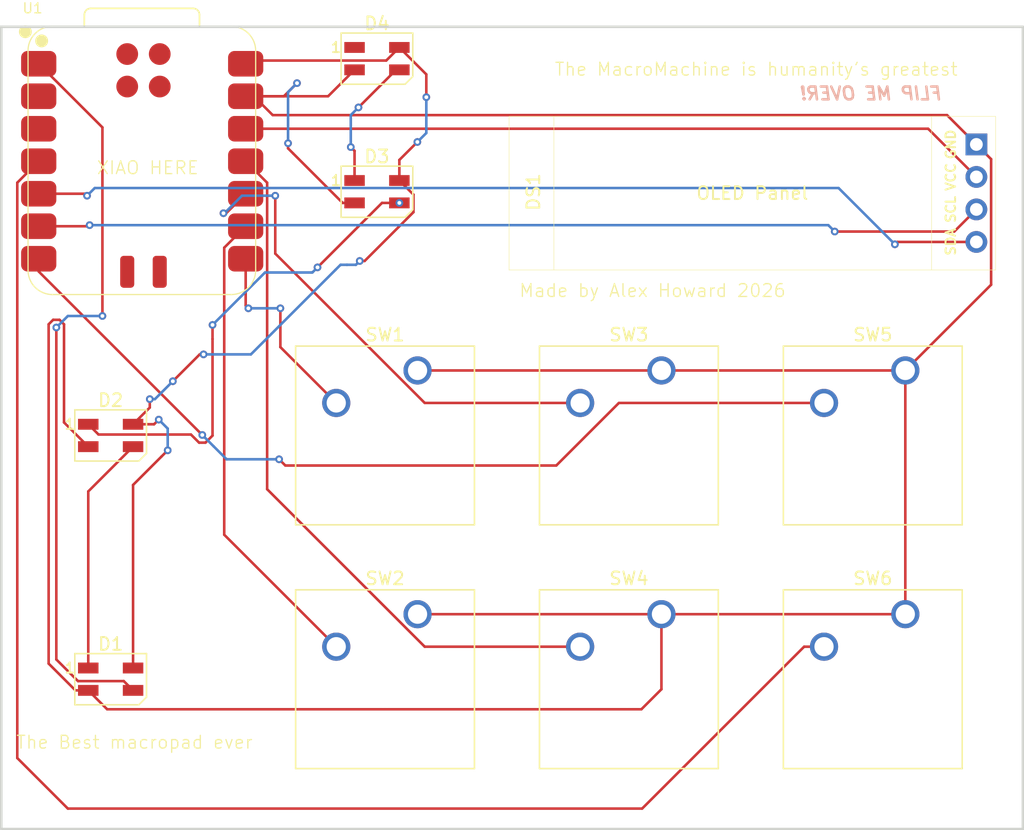
<source format=kicad_pcb>
(kicad_pcb (version 20241229) (generator "pcbnew") (generator_version "9.0")
  (layers (0 "F.Cu" signal) (2 "B.Cu" signal) (13 "F.Paste" user) (15 "B.Paste" user) (5 "F.SilkS" user "F.Silkscreen") (7 "B.SilkS" user "B.Silkscreen") (1 "F.Mask" user) (3 "B.Mask" user) (25 "Edge.Cuts" user))
  (net 0 "")
  (net 1 "Net-(D1-DOUT)")
  (net 2 "GND")
  (net 3 "+5V")
  (net 4 "Net-(D1-DIN)")
  (net 5 "Net-(D2-DOUT)")
  (net 6 "Net-(D3-DOUT)")
  (net 8 "Net-(DS1-SDA)")
  (net 9 "+3.3V")
  (net 10 "Net-(DS1-SCL)")
  (net 11 "Net-(U1-GPIO1{slash}RX)")
  (net 12 "Net-(U1-GPIO2{slash}SCK)")
  (net 13 "Net-(U1-GPIO4{slash}MISO)")
  (net 14 "Net-(U1-GPIO3{slash}MOSI)")
  (net 15 "Net-(U1-GPIO0{slash}TX)")
  (net 16 "Net-(U1-GPIO29{slash}ADC3{slash}A3)")
  (footprint "Button_Switch_Keyboard:SW_Cherry_MX_1.00u_PCB" (layer "F.Cu") (at 145.415 123.5075)
    (property "Reference" "SW2" (at -2.54 -2.794 0) (layer "F.SilkS"))
    (property "Value" "SW_Push")
    (fp_line (start -9.525 -1.905) (end 4.445 -1.905) (stroke (width 0.12)) (layer "F.SilkS"))
    (fp_line (start -9.525 12.065) (end -9.525 -1.905) (stroke (width 0.12)) (layer "F.SilkS"))
    (fp_line (start 4.445 -1.905) (end 4.445 12.065) (stroke (width 0.12)) (layer "F.SilkS"))
    (fp_line (start 4.445 12.065) (end -9.525 12.065) (stroke (width 0.12)) (layer "F.SilkS"))
    (pad "" np_thru_hole circle (at -7.62 5.08) (size 1.7 1.7) (drill 1.7) (layers "*.Cu" "*.Mask"))
    (pad "" np_thru_hole circle (at -2.54 5.08) (size 4 4) (drill 4) (layers "*.Cu" "*.Mask"))
    (pad "" np_thru_hole circle (at 2.54 5.08) (size 1.7 1.7) (drill 1.7) (layers "*.Cu" "*.Mask"))
    (pad "1" thru_hole circle (at 0 0) (size 2.2 2.2) (drill 1.5) (layers "*.Cu" "*.Mask") (net 2 "GND"))
    (pad "2" thru_hole circle (at -6.35 2.54) (size 2.2 2.2) (drill 1.5) (layers "*.Cu" "*.Mask") (net 12 "Net-(U1-GPIO2{slash}SCK)"))
  )
  (footprint "OPL Lib:XIAO-RP2040-SMD" (layer "F.Cu") (at 123.825 88.10625)
    (property "Reference" "U1" (at -9.335 -11.5 0) (layer "F.SilkS") (effects (font (size 0.78232 0.78232) (thickness 0.10668)) (justify left bottom)))
    (property "Value" "XIAO-RP2040-DIP")
    (fp_line (start -8.835 8.513) (end -8.835 -8.632) (stroke (width 0.1)) (layer "F.SilkS"))
    (fp_line (start -6.93 10.418) (end 7.04 10.418) (stroke (width 0.1)) (layer "F.SilkS"))
    (fp_line (start -4.44 -10.537) (end -4.436272 -11.447272) (stroke (width 0.127)) (layer "F.SilkS"))
    (fp_line (start -3.936272 -11.947) (end 4.059 -11.947) (stroke (width 0.127)) (layer "F.SilkS"))
    (fp_line (start 4.559 -11.447) (end 4.559 -10.537) (stroke (width 0.127)) (layer "F.SilkS"))
    (fp_line (start 7.04 -10.537) (end -6.93 -10.537) (stroke (width 0.1)) (layer "F.SilkS"))
    (fp_line (start 8.945 8.513) (end 8.945 -8.632) (stroke (width 0.1)) (layer "F.SilkS"))
    (fp_arc (start -8.835 -8.636) (mid -8.277038 -9.983038) (end -6.93 -10.541) (stroke (width 0.1)) (layer "F.SilkS"))
    (fp_arc (start -6.93 10.418) (mid -8.277038 9.860038) (end -8.835 8.513) (stroke (width 0.1)) (layer "F.SilkS"))
    (fp_arc (start -4.436272 -11.447272) (mid -4.289724 -11.800644) (end -3.936272 -11.947) (stroke (width 0.127)) (layer "F.SilkS"))
    (fp_arc (start 4.059 -11.947) (mid 4.412553 -11.800553) (end 4.559 -11.447) (stroke (width 0.127)) (layer "F.SilkS"))
    (fp_arc (start 7.04 -10.537) (mid 8.387038 -9.979038) (end 8.945 -8.632) (stroke (width 0.1)) (layer "F.SilkS"))
    (fp_arc (start 8.945 8.513) (mid 8.387038 9.860038) (end 7.04 10.418) (stroke (width 0.1)) (layer "F.SilkS"))
    (fp_circle (center -9.045 -10.121) (end -9.045 -10.375) (stroke (width 0.5)) (fill yes) (layer "F.SilkS"))
    (fp_circle (center -7.771 -9.404) (end -7.771 -9.658) (stroke (width 0.5)) (fill yes) (layer "F.SilkS"))
    (pad "1" smd roundrect (at -8 -7.62) (size 2.75 2) (layers "F.Cu" "F.Mask" "F.Paste") (net 4 "Net-(D1-DIN)"))
    (pad "2" smd roundrect (at -8 -5.08) (size 2.75 2) (layers "F.Cu" "F.Mask" "F.Paste"))
    (pad "3" smd roundrect (at -8 -2.54) (size 2.75 2) (layers "F.Cu" "F.Mask" "F.Paste"))
    (pad "4" smd roundrect (at -8 0) (size 2.75 2) (layers "F.Cu" "F.Mask" "F.Paste") (net 16 "Net-(U1-GPIO29{slash}ADC3{slash}A3)"))
    (pad "5" smd roundrect (at -8 2.54) (size 2.75 2) (layers "F.Cu" "F.Mask" "F.Paste") (net 8 "Net-(DS1-SDA)"))
    (pad "6" smd roundrect (at -8 5.08) (size 2.75 2) (layers "F.Cu" "F.Mask" "F.Paste") (net 10 "Net-(DS1-SCL)"))
    (pad "7" smd roundrect (at -8 7.62) (size 2.75 2) (layers "F.Cu" "F.Mask" "F.Paste") (net 15 "Net-(U1-GPIO0{slash}TX)"))
    (pad "8" smd roundrect (at 8.165 7.62) (size 2.75 2) (layers "F.Cu" "F.Mask" "F.Paste") (net 11 "Net-(U1-GPIO1{slash}RX)"))
    (pad "9" smd roundrect (at 8.165 5.08) (size 2.75 2) (layers "F.Cu" "F.Mask" "F.Paste") (net 12 "Net-(U1-GPIO2{slash}SCK)"))
    (pad "10" smd roundrect (at 8.165 2.54) (size 2.75 2) (layers "F.Cu" "F.Mask" "F.Paste") (net 13 "Net-(U1-GPIO4{slash}MISO)"))
    (pad "11" smd roundrect (at 8.165 0) (size 2.75 2) (layers "F.Cu" "F.Mask" "F.Paste") (net 14 "Net-(U1-GPIO3{slash}MOSI)"))
    (pad "12" smd roundrect (at 8.165 -2.54) (size 2.75 2) (layers "F.Cu" "F.Mask" "F.Paste") (net 9 "+3.3V"))
    (pad "13" smd roundrect (at 8.165 -5.08) (size 2.75 2) (layers "F.Cu" "F.Mask" "F.Paste") (net 2 "GND"))
    (pad "14" smd roundrect (at 8.165 -7.62) (size 2.75 2) (layers "F.Cu" "F.Mask" "F.Paste") (net 3 "+5V"))
    (pad "15" smd roundrect (at -1.088 8.64 270) (size 2.5 1.1) (layers "F.Cu" "F.Mask" "F.Paste"))
    (pad "16" smd roundrect (at 1.452 8.64 270) (size 2.5 1.1) (layers "F.Cu" "F.Mask" "F.Paste"))
    (pad "17" smd circle (at -1.088 -8.378) (size 1.7 1.7) (layers "F.Cu" "F.Mask" "F.Paste"))
    (pad "18" smd circle (at 1.452 -8.378) (size 1.7 1.7) (layers "F.Cu" "F.Mask" "F.Paste"))
    (pad "19" smd circle (at -1.088 -5.838) (size 1.7 1.7) (layers "F.Cu" "F.Mask" "F.Paste"))
    (pad "20" smd circle (at 1.452 -5.838) (size 1.7 1.7) (layers "F.Cu" "F.Mask" "F.Paste"))
  )
  (footprint "Button_Switch_Keyboard:SW_Cherry_MX_1.00u_PCB" (layer "F.Cu") (at 164.465 104.4575)
    (property "Reference" "SW3" (at -2.54 -2.794 0) (layer "F.SilkS"))
    (property "Value" "SW_Push")
    (fp_line (start -9.525 -1.905) (end 4.445 -1.905) (stroke (width 0.12)) (layer "F.SilkS"))
    (fp_line (start -9.525 12.065) (end -9.525 -1.905) (stroke (width 0.12)) (layer "F.SilkS"))
    (fp_line (start 4.445 -1.905) (end 4.445 12.065) (stroke (width 0.12)) (layer "F.SilkS"))
    (fp_line (start 4.445 12.065) (end -9.525 12.065) (stroke (width 0.12)) (layer "F.SilkS"))
    (pad "" np_thru_hole circle (at -7.62 5.08) (size 1.7 1.7) (drill 1.7) (layers "*.Cu" "*.Mask"))
    (pad "" np_thru_hole circle (at -2.54 5.08) (size 4 4) (drill 4) (layers "*.Cu" "*.Mask"))
    (pad "" np_thru_hole circle (at 2.54 5.08) (size 1.7 1.7) (drill 1.7) (layers "*.Cu" "*.Mask"))
    (pad "1" thru_hole circle (at 0 0) (size 2.2 2.2) (drill 1.5) (layers "*.Cu" "*.Mask") (net 2 "GND"))
    (pad "2" thru_hole circle (at -6.35 2.54) (size 2.2 2.2) (drill 1.5) (layers "*.Cu" "*.Mask") (net 13 "Net-(U1-GPIO4{slash}MISO)"))
  )
  (footprint "LED_SMD:LED_SK6812MINI_PLCC4_3.5x3.5mm_P1.75mm" (layer "F.Cu") (at 121.44375 109.5375)
    (property "Reference" "D2" (at 0 -2.75 0) (layer "F.SilkS"))
    (property "Value" "SK6812MINI")
    (fp_line (start -2.8 -2) (end -2.8 2) (stroke (width 0.12)) (layer "F.SilkS"))
    (fp_line (start -2.8 -2) (end 2.8 -2) (stroke (width 0.12)) (layer "F.SilkS"))
    (fp_line (start -2.8 2) (end 2.2 2) (stroke (width 0.12)) (layer "F.SilkS"))
    (fp_line (start 2.8 1.4) (end 2.2 2) (stroke (width 0.12)) (layer "F.SilkS"))
    (fp_line (start 2.8 1.4) (end 2.8 -2) (stroke (width 0.12)) (layer "F.SilkS"))
    (fp_text user "1" (at -3.2 -0.875 0) (layer "F.SilkS") (effects (font (size 0.8 0.8))))
    (pad "1" smd rect (at -1.75 -0.875) (size 1.6 0.85) (layers "F.Cu" "F.Mask" "F.Paste") (net 5 "Net-(D2-DOUT)"))
    (pad "2" smd rect (at -1.75 0.875) (size 1.6 0.85) (layers "F.Cu" "F.Mask" "F.Paste") (net 2 "GND"))
    (pad "3" smd rect (at 1.75 0.875) (size 1.6 0.85) (layers "F.Cu" "F.Mask" "F.Paste") (net 1 "Net-(D1-DOUT)"))
    (pad "4" smd rect (at 1.75 -0.875) (size 1.6 0.85) (layers "F.Cu" "F.Mask" "F.Paste") (net 3 "+5V"))
  )
  (footprint "LED_SMD:LED_SK6812MINI_PLCC4_3.5x3.5mm_P1.75mm" (layer "F.Cu") (at 142.24375 80.0875)
    (property "Reference" "D4" (at 0 -2.75 0) (layer "F.SilkS"))
    (property "Value" "SK6812MINI")
    (fp_line (start -2.8 -2) (end -2.8 2) (stroke (width 0.12)) (layer "F.SilkS"))
    (fp_line (start -2.8 -2) (end 2.8 -2) (stroke (width 0.12)) (layer "F.SilkS"))
    (fp_line (start -2.8 2) (end 2.2 2) (stroke (width 0.12)) (layer "F.SilkS"))
    (fp_line (start 2.8 1.4) (end 2.2 2) (stroke (width 0.12)) (layer "F.SilkS"))
    (fp_line (start 2.8 1.4) (end 2.8 -2) (stroke (width 0.12)) (layer "F.SilkS"))
    (fp_text user "1" (at -3.2 -0.875 0) (layer "F.SilkS") (effects (font (size 0.8 0.8))))
    (pad "1" smd rect (at -1.75 -0.875) (size 1.6 0.85) (layers "F.Cu" "F.Mask" "F.Paste"))
    (pad "2" smd rect (at -1.75 0.875) (size 1.6 0.85) (layers "F.Cu" "F.Mask" "F.Paste") (net 2 "GND"))
    (pad "3" smd rect (at 1.75 0.875) (size 1.6 0.85) (layers "F.Cu" "F.Mask" "F.Paste") (net 6 "Net-(D3-DOUT)"))
    (pad "4" smd rect (at 1.75 -0.875) (size 1.6 0.85) (layers "F.Cu" "F.Mask" "F.Paste") (net 3 "+5V"))
  )
  (footprint "Button_Switch_Keyboard:SW_Cherry_MX_1.00u_PCB" (layer "F.Cu") (at 183.515 104.4575)
    (property "Reference" "SW5" (at -2.54 -2.794 0) (layer "F.SilkS"))
    (property "Value" "SW_Push")
    (fp_line (start -9.525 -1.905) (end 4.445 -1.905) (stroke (width 0.12)) (layer "F.SilkS"))
    (fp_line (start -9.525 12.065) (end -9.525 -1.905) (stroke (width 0.12)) (layer "F.SilkS"))
    (fp_line (start 4.445 -1.905) (end 4.445 12.065) (stroke (width 0.12)) (layer "F.SilkS"))
    (fp_line (start 4.445 12.065) (end -9.525 12.065) (stroke (width 0.12)) (layer "F.SilkS"))
    (pad "" np_thru_hole circle (at -7.62 5.08) (size 1.7 1.7) (drill 1.7) (layers "*.Cu" "*.Mask"))
    (pad "" np_thru_hole circle (at -2.54 5.08) (size 4 4) (drill 4) (layers "*.Cu" "*.Mask"))
    (pad "" np_thru_hole circle (at 2.54 5.08) (size 1.7 1.7) (drill 1.7) (layers "*.Cu" "*.Mask"))
    (pad "1" thru_hole circle (at 0 0) (size 2.2 2.2) (drill 1.5) (layers "*.Cu" "*.Mask") (net 2 "GND"))
    (pad "2" thru_hole circle (at -6.35 2.54) (size 2.2 2.2) (drill 1.5) (layers "*.Cu" "*.Mask") (net 15 "Net-(U1-GPIO0{slash}TX)"))
  )
  (footprint "LED_SMD:LED_SK6812MINI_PLCC4_3.5x3.5mm_P1.75mm" (layer "F.Cu") (at 121.44375 128.5875)
    (property "Reference" "D1" (at 0 -2.75 0) (layer "F.SilkS"))
    (property "Value" "SK6812MINI")
    (fp_line (start -2.8 -2) (end -2.8 2) (stroke (width 0.12)) (layer "F.SilkS"))
    (fp_line (start -2.8 -2) (end 2.8 -2) (stroke (width 0.12)) (layer "F.SilkS"))
    (fp_line (start -2.8 2) (end 2.2 2) (stroke (width 0.12)) (layer "F.SilkS"))
    (fp_line (start 2.8 1.4) (end 2.2 2) (stroke (width 0.12)) (layer "F.SilkS"))
    (fp_line (start 2.8 1.4) (end 2.8 -2) (stroke (width 0.12)) (layer "F.SilkS"))
    (fp_text user "1" (at -3.2 -0.875 0) (layer "F.SilkS") (effects (font (size 0.8 0.8))))
    (pad "1" smd rect (at -1.75 -0.875) (size 1.6 0.85) (layers "F.Cu" "F.Mask" "F.Paste") (net 1 "Net-(D1-DOUT)"))
    (pad "2" smd rect (at -1.75 0.875) (size 1.6 0.85) (layers "F.Cu" "F.Mask" "F.Paste") (net 2 "GND"))
    (pad "3" smd rect (at 1.75 0.875) (size 1.6 0.85) (layers "F.Cu" "F.Mask" "F.Paste") (net 4 "Net-(D1-DIN)"))
    (pad "4" smd rect (at 1.75 -0.875) (size 1.6 0.85) (layers "F.Cu" "F.Mask" "F.Paste") (net 3 "+5V"))
  )
  (footprint "LED_SMD:LED_SK6812MINI_PLCC4_3.5x3.5mm_P1.75mm" (layer "F.Cu") (at 142.24375 90.4875)
    (property "Reference" "D3" (at 0 -2.75 0) (layer "F.SilkS"))
    (property "Value" "SK6812MINI")
    (fp_line (start -2.8 -2) (end -2.8 2) (stroke (width 0.12)) (layer "F.SilkS"))
    (fp_line (start -2.8 -2) (end 2.8 -2) (stroke (width 0.12)) (layer "F.SilkS"))
    (fp_line (start -2.8 2) (end 2.2 2) (stroke (width 0.12)) (layer "F.SilkS"))
    (fp_line (start 2.8 1.4) (end 2.2 2) (stroke (width 0.12)) (layer "F.SilkS"))
    (fp_line (start 2.8 1.4) (end 2.8 -2) (stroke (width 0.12)) (layer "F.SilkS"))
    (fp_text user "1" (at -3.2 -0.875 0) (layer "F.SilkS") (effects (font (size 0.8 0.8))))
    (pad "1" smd rect (at -1.75 -0.875) (size 1.6 0.85) (layers "F.Cu" "F.Mask" "F.Paste") (net 6 "Net-(D3-DOUT)"))
    (pad "2" smd rect (at -1.75 0.875) (size 1.6 0.85) (layers "F.Cu" "F.Mask" "F.Paste") (net 2 "GND"))
    (pad "3" smd rect (at 1.75 0.875) (size 1.6 0.85) (layers "F.Cu" "F.Mask" "F.Paste") (net 5 "Net-(D2-DOUT)"))
    (pad "4" smd rect (at 1.75 -0.875) (size 1.6 0.85) (layers "F.Cu" "F.Mask" "F.Paste") (net 3 "+5V"))
  )
  (footprint "SSD1306-0.91-OLED-4pin-128x32:SSD1306-0.91-OLED-4pin-128x32" (layer "F.Cu") (at 152.565 84.6025)
    (property "Reference" "DS1" (at 1.9 5.91 90) (layer "F.SilkS"))
    (property "Value" "~")
    (fp_line (start 0 0) (end 0 12) (stroke (width 0.04)) (layer "F.SilkS"))
    (fp_line (start 0 12) (end 38 12) (stroke (width 0.04)) (layer "F.SilkS"))
    (fp_line (start 3.5 0) (end 3.5 12) (stroke (width 0.04)) (layer "F.SilkS"))
    (fp_line (start 33 0) (end 33 12) (stroke (width 0.04)) (layer "F.SilkS"))
    (fp_line (start 38 0) (end 0 0) (stroke (width 0.04)) (layer "F.SilkS"))
    (fp_line (start 38 12) (end 38 0) (stroke (width 0.04)) (layer "F.SilkS"))
    (fp_text user "OLED Panel" (at 19 6 0) (layer "F.SilkS"))
    (fp_text user "GND" (at 34.5 2.19 270) (layer "F.SilkS") (effects (font (size 0.75 0.75))))
    (fp_text user "VCC" (at 34.5 4.73 270) (layer "F.SilkS") (effects (font (size 0.75 0.75))))
    (fp_text user "SCL" (at 34.5 7.27 270) (layer "F.SilkS") (effects (font (size 0.75 0.75))))
    (fp_text user "SDA" (at 34.5 9.81 270) (layer "F.SilkS") (effects (font (size 0.75 0.75))))
    (pad "1" thru_hole rect (at 36.5 2.19) (size 1.7 1.7) (drill 1) (layers "*.Cu" "*.Mask") (net 2 "GND"))
    (pad "2" thru_hole oval (at 36.5 4.73) (size 1.7 1.7) (drill 1) (layers "*.Cu" "*.Mask") (net 9 "+3.3V"))
    (pad "3" thru_hole oval (at 36.5 7.27) (size 1.7 1.7) (drill 1) (layers "*.Cu" "*.Mask") (net 10 "Net-(DS1-SCL)"))
    (pad "4" thru_hole oval (at 36.5 9.81) (size 1.7 1.7) (drill 1) (layers "*.Cu" "*.Mask") (net 8 "Net-(DS1-SDA)"))
  )
  (footprint "Button_Switch_Keyboard:SW_Cherry_MX_1.00u_PCB" (layer "F.Cu") (at 164.465 123.5075)
    (property "Reference" "SW4" (at -2.54 -2.794 0) (layer "F.SilkS"))
    (property "Value" "SW_Push")
    (fp_line (start -9.525 -1.905) (end 4.445 -1.905) (stroke (width 0.12)) (layer "F.SilkS"))
    (fp_line (start -9.525 12.065) (end -9.525 -1.905) (stroke (width 0.12)) (layer "F.SilkS"))
    (fp_line (start 4.445 -1.905) (end 4.445 12.065) (stroke (width 0.12)) (layer "F.SilkS"))
    (fp_line (start 4.445 12.065) (end -9.525 12.065) (stroke (width 0.12)) (layer "F.SilkS"))
    (pad "" np_thru_hole circle (at -7.62 5.08) (size 1.7 1.7) (drill 1.7) (layers "*.Cu" "*.Mask"))
    (pad "" np_thru_hole circle (at -2.54 5.08) (size 4 4) (drill 4) (layers "*.Cu" "*.Mask"))
    (pad "" np_thru_hole circle (at 2.54 5.08) (size 1.7 1.7) (drill 1.7) (layers "*.Cu" "*.Mask"))
    (pad "1" thru_hole circle (at 0 0) (size 2.2 2.2) (drill 1.5) (layers "*.Cu" "*.Mask") (net 2 "GND"))
    (pad "2" thru_hole circle (at -6.35 2.54) (size 2.2 2.2) (drill 1.5) (layers "*.Cu" "*.Mask") (net 14 "Net-(U1-GPIO3{slash}MOSI)"))
  )
  (footprint "Button_Switch_Keyboard:SW_Cherry_MX_1.00u_PCB" (layer "F.Cu") (at 145.415 104.4575)
    (property "Reference" "SW1" (at -2.54 -2.794 0) (layer "F.SilkS"))
    (property "Value" "SW_Push")
    (fp_line (start -9.525 -1.905) (end 4.445 -1.905) (stroke (width 0.12)) (layer "F.SilkS"))
    (fp_line (start -9.525 12.065) (end -9.525 -1.905) (stroke (width 0.12)) (layer "F.SilkS"))
    (fp_line (start 4.445 -1.905) (end 4.445 12.065) (stroke (width 0.12)) (layer "F.SilkS"))
    (fp_line (start 4.445 12.065) (end -9.525 12.065) (stroke (width 0.12)) (layer "F.SilkS"))
    (pad "" np_thru_hole circle (at -7.62 5.08) (size 1.7 1.7) (drill 1.7) (layers "*.Cu" "*.Mask"))
    (pad "" np_thru_hole circle (at -2.54 5.08) (size 4 4) (drill 4) (layers "*.Cu" "*.Mask"))
    (pad "" np_thru_hole circle (at 2.54 5.08) (size 1.7 1.7) (drill 1.7) (layers "*.Cu" "*.Mask"))
    (pad "1" thru_hole circle (at 0 0) (size 2.2 2.2) (drill 1.5) (layers "*.Cu" "*.Mask") (net 2 "GND"))
    (pad "2" thru_hole circle (at -6.35 2.54) (size 2.2 2.2) (drill 1.5) (layers "*.Cu" "*.Mask") (net 11 "Net-(U1-GPIO1{slash}RX)"))
  )
  (footprint "Button_Switch_Keyboard:SW_Cherry_MX_1.00u_PCB" (layer "F.Cu") (at 183.515 123.5075)
    (property "Reference" "SW6" (at -2.54 -2.794 0) (layer "F.SilkS"))
    (property "Value" "SW_Push")
    (fp_line (start -9.525 -1.905) (end 4.445 -1.905) (stroke (width 0.12)) (layer "F.SilkS"))
    (fp_line (start -9.525 12.065) (end -9.525 -1.905) (stroke (width 0.12)) (layer "F.SilkS"))
    (fp_line (start 4.445 -1.905) (end 4.445 12.065) (stroke (width 0.12)) (layer "F.SilkS"))
    (fp_line (start 4.445 12.065) (end -9.525 12.065) (stroke (width 0.12)) (layer "F.SilkS"))
    (pad "" np_thru_hole circle (at -7.62 5.08) (size 1.7 1.7) (drill 1.7) (layers "*.Cu" "*.Mask"))
    (pad "" np_thru_hole circle (at -2.54 5.08) (size 4 4) (drill 4) (layers "*.Cu" "*.Mask"))
    (pad "" np_thru_hole circle (at 2.54 5.08) (size 1.7 1.7) (drill 1.7) (layers "*.Cu" "*.Mask"))
    (pad "1" thru_hole circle (at 0 0) (size 2.2 2.2) (drill 1.5) (layers "*.Cu" "*.Mask") (net 2 "GND"))
    (pad "2" thru_hole circle (at -6.35 2.54) (size 2.2 2.2) (drill 1.5) (layers "*.Cu" "*.Mask") (net 16 "Net-(U1-GPIO29{slash}ADC3{slash}A3)"))
  )
  (gr_rect (start 112.9 77.6) (end 192.7 140.3) (stroke (width 0.2)) (fill no) (layer "Edge.Cuts"))
  (gr_text "Made by Alex Howard 2026" (at 153.3 98.8 0) (layer "F.SilkS") (effects (font (size 1 1) (thickness 0.1)) (justify left bottom)))
  (gr_text "The Best macropad ever" (at 114 134.1 0) (layer "F.SilkS") (effects (font (size 1 1) (thickness 0.1)) (justify left bottom)))
  (gr_text "XIAO HERE" (at 120.3 89.2 0) (layer "F.SilkS") (effects (font (size 1 1) (thickness 0.1)) (justify left bottom)))
  (gr_text "The MacroMachine is humanity's greatest" (at 156.065 81.5 0) (layer "F.SilkS") (effects (font (size 1 1) (thickness 0.1)) (justify left bottom)))
  (gr_text "FLIP ME OVER!" (at 186.5 83.4 0) (layer "B.SilkS") (effects (font (size 1 1) (thickness 0.2) (bold yes) (italic yes)) (justify left bottom mirror)))
  (segment (start 119.69375 113.9125) (end 123.19375 110.4125) (width 0.2) (layer "F.Cu") (net 1))
  (segment (start 119.69375 127.7125) (end 119.69375 113.9125) (width 0.2) (layer "F.Cu") (net 1))
  (segment (start 135.7 87.5) (end 135.3 87.1) (width 0.2) (layer "F.Cu") (net 2))
  (segment (start 189.065 86.7925) (end 186.7725 84.5) (width 0.2) (layer "F.Cu") (net 2))
  (segment (start 183.515 123.5075) (end 164.465 123.5075) (width 0.2) (layer "F.Cu") (net 2))
  (segment (start 164.465 104.4575) (end 183.515 104.4575) (width 0.2) (layer "F.Cu") (net 2))
  (segment (start 116.599 127.36775) (end 118.69375 129.4625) (width 0.2) (layer "F.Cu") (net 2))
  (segment (start 117.801 108.51975) (end 117.801 100.851057) (width 0.2) (layer "F.Cu") (net 2))
  (segment (start 119.69375 110.4125) (end 117.801 108.51975) (width 0.2) (layer "F.Cu") (net 2))
  (segment (start 134.1 84.5) (end 132.62625 83.02625) (width 0.2) (layer "F.Cu") (net 2))
  (segment (start 139.5625 91.3625) (end 135.7 87.5) (width 0.2) (layer "F.Cu") (net 2))
  (segment (start 116.951057 100.499) (end 116.599 100.851057) (width 0.2) (layer "F.Cu") (net 2))
  (segment (start 164.465 129.372316) (end 164.465 123.5075) (width 0.2) (layer "F.Cu") (net 2))
  (segment (start 117.448943 100.499) (end 116.951057 100.499) (width 0.2) (layer "F.Cu") (net 2))
  (segment (start 131.99 83.02625) (end 138.43 83.02625) (width 0.2) (layer "F.Cu") (net 2))
  (segment (start 145.415 104.4575) (end 164.465 104.4575) (width 0.2) (layer "F.Cu") (net 2))
  (segment (start 136 82) (end 134.97375 83.02625) (width 0.2) (layer "F.Cu") (net 2))
  (segment (start 190.216 87.9435) (end 189.065 86.7925) (width 0.2) (layer "F.Cu") (net 2))
  (segment (start 117.801 100.851057) (end 117.448943 100.499) (width 0.2) (layer "F.Cu") (net 2))
  (segment (start 118.69375 129.4625) (end 119.69375 129.4625) (width 0.2) (layer "F.Cu") (net 2))
  (segment (start 190.216 97.7565) (end 190.216 87.9435) (width 0.2) (layer "F.Cu") (net 2))
  (segment (start 138.43 83.02625) (end 140.49375 80.9625) (width 0.2) (layer "F.Cu") (net 2))
  (segment (start 134.97375 83.02625) (end 131.99 83.02625) (width 0.2) (layer "F.Cu") (net 2))
  (segment (start 121.16975 130.9385) (end 162.898816 130.9385) (width 0.2) (layer "F.Cu") (net 2))
  (segment (start 135.3 87.1) (end 135.3 86.7) (width 0.2) (layer "F.Cu") (net 2))
  (segment (start 116.599 100.851057) (end 116.599 127.36775) (width 0.2) (layer "F.Cu") (net 2))
  (segment (start 186.7725 84.5) (end 134.1 84.5) (width 0.2) (layer "F.Cu") (net 2))
  (segment (start 132.62625 83.02625) (end 131.99 83.02625) (width 0.2) (layer "F.Cu") (net 2))
  (segment (start 183.515 104.4575) (end 190.216 97.7565) (width 0.2) (layer "F.Cu") (net 2))
  (segment (start 162.898816 130.9385) (end 164.465 129.372316) (width 0.2) (layer "F.Cu") (net 2))
  (segment (start 140.49375 91.3625) (end 139.5625 91.3625) (width 0.2) (layer "F.Cu") (net 2))
  (segment (start 183.515 104.4575) (end 183.515 123.5075) (width 0.2) (layer "F.Cu") (net 2))
  (segment (start 164.465 123.5075) (end 145.415 123.5075) (width 0.2) (layer "F.Cu") (net 2))
  (segment (start 119.69375 129.4625) (end 121.16975 130.9385) (width 0.2) (layer "F.Cu") (net 2))
  (via (at 136 82) (size 0.6) (drill 0.3) (layers "F.Cu" "B.Cu") (net 2))
  (via (at 135.3 86.7) (size 0.6) (drill 0.3) (layers "F.Cu" "B.Cu") (net 2))
  (segment (start 135.3 86.7) (end 135.3 82.7) (width 0.2) (layer "B.Cu") (net 2))
  (segment (start 135.3 82.7) (end 136 82) (width 0.2) (layer "B.Cu") (net 2))
  (segment (start 124.8375 108.6625) (end 123.19375 108.6625) (width 0.2) (layer "F.Cu") (net 3))
  (segment (start 146.1 81.31875) (end 143.99375 79.2125) (width 0.2) (layer "F.Cu") (net 3))
  (segment (start 145.09475 92.0885) (end 145.09475 90.7135) (width 0.2) (layer "F.Cu") (net 3))
  (segment (start 143.99375 79.2125) (end 142.96975 80.2365) (width 0.2) (layer "F.Cu") (net 3))
  (segment (start 125.2 108.3) (end 124.8375 108.6625) (width 0.2) (layer "F.Cu") (net 3))
  (segment (start 143.99375 89.6125) (end 143.99375 88.00625) (width 0.2) (layer "F.Cu") (net 3))
  (segment (start 132.23975 80.2365) (end 131.99 80.48625) (width 0.2) (layer "F.Cu") (net 3))
  (segment (start 141.28325 95.9) (end 145.09475 92.0885) (width 0.2) (layer "F.Cu") (net 3))
  (segment (start 124.5 107.35625) (end 124.5 106.7) (width 0.2) (layer "F.Cu") (net 3))
  (segment (start 143.99375 88.00625) (end 145.4 86.6) (width 0.2) (layer "F.Cu") (net 3))
  (segment (start 142.96975 80.2365) (end 132.23975 80.2365) (width 0.2) (layer "F.Cu") (net 3))
  (segment (start 126.3 105.3) (end 128.4 103.2) (width 0.2) (layer "F.Cu") (net 3))
  (segment (start 145.09475 90.7135) (end 143.99375 89.6125) (width 0.2) (layer "F.Cu") (net 3))
  (segment (start 146.1 83.1) (end 146.1 81.31875) (width 0.2) (layer "F.Cu") (net 3))
  (segment (start 123.19375 127.7125) (end 123.19375 113.40625) (width 0.2) (layer "F.Cu") (net 3))
  (segment (start 125.4 111.2) (end 125.9 110.7) (width 0.2) (layer "F.Cu") (net 3))
  (segment (start 140.9 95.9) (end 141.28325 95.9) (width 0.2) (layer "F.Cu") (net 3))
  (segment (start 128.4 103.2) (end 128.7 103.2) (width 0.2) (layer "F.Cu") (net 3))
  (segment (start 123.19375 108.6625) (end 124.5 107.35625) (width 0.2) (layer "F.Cu") (net 3))
  (segment (start 123.19375 113.40625) (end 125.4 111.2) (width 0.2) (layer "F.Cu") (net 3))
  (via (at 125.2 108.3) (size 0.6) (drill 0.3) (layers "F.Cu" "B.Cu") (net 3))
  (via (at 128.7 103.2) (size 0.6) (drill 0.3) (layers "F.Cu" "B.Cu") (net 3))
  (via (at 146.1 83.1) (size 0.6) (drill 0.3) (layers "F.Cu" "B.Cu") (net 3))
  (via (at 125.9 110.7) (size 0.6) (drill 0.3) (layers "F.Cu" "B.Cu") (net 3))
  (via (at 126.3 105.3) (size 0.6) (drill 0.3) (layers "F.Cu" "B.Cu") (net 3))
  (via (at 145.4 86.6) (size 0.6) (drill 0.3) (layers "F.Cu" "B.Cu") (net 3))
  (via (at 124.5 106.7) (size 0.6) (drill 0.3) (layers "F.Cu" "B.Cu") (net 3))
  (via (at 140.9 95.9) (size 0.6) (drill 0.3) (layers "F.Cu" "B.Cu") (net 3))
  (segment (start 124.9 106.7) (end 126.3 105.3) (width 0.2) (layer "B.Cu") (net 3))
  (segment (start 140.6 96.2) (end 140.9 95.9) (width 0.2) (layer "B.Cu") (net 3))
  (segment (start 145.4 86.6) (end 146.1 85.9) (width 0.2) (layer "B.Cu") (net 3))
  (segment (start 132.4 103.2) (end 139 96.6) (width 0.2) (layer "B.Cu") (net 3))
  (segment (start 139.4 96.2) (end 139.9 96.2) (width 0.2) (layer "B.Cu") (net 3))
  (segment (start 124.5 106.7) (end 124.9 106.7) (width 0.2) (layer "B.Cu") (net 3))
  (segment (start 125.9 109) (end 125.2 108.3) (width 0.2) (layer "B.Cu") (net 3))
  (segment (start 139 96.6) (end 139.4 96.2) (width 0.2) (layer "B.Cu") (net 3))
  (segment (start 125.9 110.7) (end 125.9 109) (width 0.2) (layer "B.Cu") (net 3))
  (segment (start 128.7 103.2) (end 132.4 103.2) (width 0.2) (layer "B.Cu") (net 3))
  (segment (start 139.9 96.2) (end 140.6 96.2) (width 0.2) (layer "B.Cu") (net 3))
  (segment (start 146.1 83.1) (end 146.1 83) (width 0.2) (layer "B.Cu") (net 3))
  (segment (start 146.1 85.9) (end 146.1 83.1) (width 0.2) (layer "B.Cu") (net 3))
  (segment (start 122.46775 128.7365) (end 118.89075 128.7365) (width 0.2) (layer "F.Cu") (net 4))
  (segment (start 120.8 100.2) (end 120.8 85.46125) (width 0.2) (layer "F.Cu") (net 4))
  (segment (start 123.19375 129.4625) (end 122.46775 128.7365) (width 0.2) (layer "F.Cu") (net 4))
  (segment (start 118.89075 128.7365) (end 117.2 127.04575) (width 0.2) (layer "F.Cu") (net 4))
  (segment (start 120.8 85.46125) (end 115.825 80.48625) (width 0.2) (layer "F.Cu") (net 4))
  (segment (start 117.2 127.04575) (end 117.2 101.1) (width 0.2) (layer "F.Cu") (net 4))
  (via (at 120.8 100.2) (size 0.6) (drill 0.3) (layers "F.Cu" "B.Cu") (net 4))
  (via (at 117.2 101.1) (size 0.6) (drill 0.3) (layers "F.Cu" "B.Cu") (net 4))
  (segment (start 118.1 100.2) (end 120.8 100.2) (width 0.2) (layer "B.Cu") (net 4))
  (segment (start 117.2 101.1) (end 118.1 100.2) (width 0.2) (layer "B.Cu") (net 4))
  (segment (start 128.351057 110.101) (end 128.848943 110.101) (width 0.2) (layer "F.Cu") (net 5))
  (segment (start 128.848943 110.101) (end 129.4 109.549943) (width 0.2) (layer "F.Cu") (net 5))
  (segment (start 119.69375 108.6625) (end 120.49735 109.4661) (width 0.2) (layer "F.Cu") (net 5))
  (segment (start 142.6375 91.3625) (end 143.99375 91.3625) (width 0.2) (layer "F.Cu") (net 5))
  (segment (start 137.6 96.4) (end 142.6375 91.3625) (width 0.2) (layer "F.Cu") (net 5))
  (segment (start 127.716157 109.4661) (end 128.351057 110.101) (width 0.2) (layer "F.Cu") (net 5))
  (segment (start 120.49735 109.4661) (end 127.716157 109.4661) (width 0.2) (layer "F.Cu") (net 5))
  (segment (start 129.4 109.549943) (end 129.4 102) (width 0.2) (layer "F.Cu") (net 5))
  (segment (start 129.4 102) (end 129.4 100.9) (width 0.2) (layer "F.Cu") (net 5))
  (via (at 137.6 96.4) (size 0.6) (drill 0.3) (layers "F.Cu" "B.Cu") (net 5))
  (via (at 129.4 100.9) (size 0.6) (drill 0.3) (layers "F.Cu" "B.Cu") (net 5))
  (via (at 143.99375 91.3625) (size 0.6) (drill 0.3) (layers "F.Cu" "B.Cu") (net 5))
  (segment (start 129.4 100.9) (end 133.5 96.8) (width 0.2) (layer "B.Cu") (net 5))
  (segment (start 137.2 96.8) (end 137.6 96.4) (width 0.2) (layer "B.Cu") (net 5))
  (segment (start 133.5 96.8) (end 137.1 96.8) (width 0.2) (layer "B.Cu") (net 5))
  (segment (start 137.1 96.8) (end 137.2 96.8) (width 0.2) (layer "B.Cu") (net 5))
  (segment (start 143.7375 80.9625) (end 140.8 83.9) (width 0.2) (layer "F.Cu") (net 6))
  (segment (start 140.2 87) (end 140.49375 87.29375) (width 0.2) (layer "F.Cu") (net 6))
  (segment (start 140.49375 87.29375) (end 140.49375 89.6125) (width 0.2) (layer "F.Cu") (net 6))
  (segment (start 143.99375 80.9625) (end 143.7375 80.9625) (width 0.2) (layer "F.Cu") (net 6))
  (via (at 140.2 87) (size 0.6) (drill 0.3) (layers "F.Cu" "B.Cu") (net 6))
  (via (at 140.8 83.9) (size 0.6) (drill 0.3) (layers "F.Cu" "B.Cu") (net 6))
  (segment (start 140.8 83.9) (end 140.2 84.5) (width 0.2) (layer "B.Cu") (net 6))
  (segment (start 140.2 84.5) (end 140.2 87) (width 0.2) (layer "B.Cu") (net 6))
  (segment (start 182.8875 94.4125) (end 189.065 94.4125) (width 0.2) (layer "F.Cu") (net 8))
  (segment (start 115.825 90.64625) (end 119.44625 90.64625) (width 0.2) (layer "F.Cu") (net 8))
  (segment (start 119.44625 90.64625) (end 119.6 90.8) (width 0.2) (layer "F.Cu") (net 8))
  (segment (start 182.7 94.6) (end 182.8875 94.4125) (width 0.2) (layer "F.Cu") (net 8))
  (via (at 182.7 94.6) (size 0.6) (drill 0.3) (layers "F.Cu" "B.Cu") (net 8))
  (via (at 119.6 90.8) (size 0.6) (drill 0.3) (layers "F.Cu" "B.Cu") (net 8))
  (segment (start 119.6 90.8) (end 120.201 90.199) (width 0.2) (layer "B.Cu") (net 8))
  (segment (start 178.299 90.199) (end 182.7 94.6) (width 0.2) (layer "B.Cu") (net 8))
  (segment (start 120.201 90.199) (end 178.299 90.199) (width 0.2) (layer "B.Cu") (net 8))
  (segment (start 185.29875 85.56625) (end 131.99 85.56625) (width 0.2) (layer "F.Cu") (net 9))
  (segment (start 189.065 89.3325) (end 185.29875 85.56625) (width 0.2) (layer "F.Cu") (net 9))
  (segment (start 119.71375 93.18625) (end 119.8 93.1) (width 0.2) (layer "F.Cu") (net 10))
  (segment (start 115.825 93.18625) (end 119.71375 93.18625) (width 0.2) (layer "F.Cu") (net 10))
  (segment (start 178 93.6) (end 187.3375 93.6) (width 0.2) (layer "F.Cu") (net 10))
  (segment (start 187.3375 93.6) (end 189.065 91.8725) (width 0.2) (layer "F.Cu") (net 10))
  (via (at 119.8 93.1) (size 0.6) (drill 0.3) (layers "F.Cu" "B.Cu") (net 10))
  (via (at 178 93.6) (size 0.6) (drill 0.3) (layers "F.Cu" "B.Cu") (net 10))
  (segment (start 177.5 93.1) (end 178 93.6) (width 0.2) (layer "B.Cu") (net 10))
  (segment (start 119.8 93.1) (end 177.5 93.1) (width 0.2) (layer "B.Cu") (net 10))
  (segment (start 132.2 99.6) (end 131.99 99.39) (width 0.2) (layer "F.Cu") (net 11))
  (segment (start 134.7 102.6325) (end 134.7 99.6) (width 0.2) (layer "F.Cu") (net 11))
  (segment (start 139.065 106.9975) (end 134.7 102.6325) (width 0.2) (layer "F.Cu") (net 11))
  (segment (start 131.99 99.39) (end 131.99 95.72625) (width 0.2) (layer "F.Cu") (net 11))
  (via (at 134.7 99.6) (size 0.6) (drill 0.3) (layers "F.Cu" "B.Cu") (net 11))
  (via (at 132.2 99.6) (size 0.6) (drill 0.3) (layers "F.Cu" "B.Cu") (net 11))
  (segment (start 134.7 99.6) (end 132.2 99.6) (width 0.2) (layer "B.Cu") (net 11))
  (segment (start 139.065 126.0475) (end 130.314 117.2965) (width 0.2) (layer "F.Cu") (net 12))
  (segment (start 130.314 94.86225) (end 131.99 93.18625) (width 0.2) (layer "F.Cu") (net 12))
  (segment (start 130.314 117.2965) (end 130.314 94.86225) (width 0.2) (layer "F.Cu") (net 12))
  (segment (start 130.254309 92.168789) (end 130.467461 92.168789) (width 0.2) (layer "F.Cu") (net 13))
  (segment (start 145.973686 106.9975) (end 134.3 95.323814) (width 0.2) (layer "F.Cu") (net 13))
  (segment (start 158.115 106.9975) (end 145.973686 106.9975) (width 0.2) (layer "F.Cu") (net 13))
  (segment (start 130.467461 92.168789) (end 131.99 90.64625) (width 0.2) (layer "F.Cu") (net 13))
  (segment (start 134.3 95.323814) (end 134.3 90.8) (width 0.2) (layer "F.Cu") (net 13))
  (via (at 130.254309 92.168789) (size 0.6) (drill 0.3) (layers "F.Cu" "B.Cu") (net 13))
  (via (at 134.3 90.8) (size 0.6) (drill 0.3) (layers "F.Cu" "B.Cu") (net 13))
  (segment (start 130.268789 92.168789) (end 130.254309 92.168789) (width 0.2) (layer "B.Cu") (net 13))
  (segment (start 134.3 90.8) (end 131.7 90.8) (width 0.2) (layer "B.Cu") (net 13))
  (segment (start 130.3 92.2) (end 130.268789 92.168789) (width 0.2) (layer "B.Cu") (net 13))
  (segment (start 131.7 90.8) (end 130.3 92.2) (width 0.2) (layer "B.Cu") (net 13))
  (segment (start 145.973686 126.0475) (end 133.666 113.739814) (width 0.2) (layer "F.Cu") (net 14))
  (segment (start 133.666 89.78225) (end 131.99 88.10625) (width 0.2) (layer "F.Cu") (net 14))
  (segment (start 158.115 126.0475) (end 145.973686 126.0475) (width 0.2) (layer "F.Cu") (net 14))
  (segment (start 133.666 113.739814) (end 133.666 89.78225) (width 0.2) (layer "F.Cu") (net 14))
  (segment (start 115.825 96.725) (end 115.825 95.72625) (width 0.2) (layer "F.Cu") (net 15))
  (segment (start 128.6 109.5) (end 115.825 96.725) (width 0.2) (layer "F.Cu") (net 15))
  (segment (start 177.165 106.9975) (end 161.140184 106.9975) (width 0.2) (layer "F.Cu") (net 15))
  (segment (start 161.140184 106.9975) (end 156.249184 111.8885) (width 0.2) (layer "F.Cu") (net 15))
  (segment (start 135.0885 111.8885) (end 134.6 111.4) (width 0.2) (layer "F.Cu") (net 15))
  (segment (start 156.249184 111.8885) (end 135.0885 111.8885) (width 0.2) (layer "F.Cu") (net 15))
  (via (at 134.6 111.4) (size 0.6) (drill 0.3) (layers "F.Cu" "B.Cu") (net 15))
  (via (at 128.6 109.5) (size 0.6) (drill 0.3) (layers "F.Cu" "B.Cu") (net 15))
  (segment (start 129.5 110.4) (end 128.6 109.5) (width 0.2) (layer "B.Cu") (net 15))
  (segment (start 134.6 111.4) (end 130.5 111.4) (width 0.2) (layer "B.Cu") (net 15))
  (segment (start 130.5 111.4) (end 129.5 110.4) (width 0.2) (layer "B.Cu") (net 15))
  (segment (start 177.165 126.0475) (end 175.609366 126.0475) (width 0.2) (layer "F.Cu") (net 16))
  (segment (start 114.149 134.749) (end 114.149 89.78225) (width 0.2) (layer "F.Cu") (net 16))
  (segment (start 114.149 89.78225) (end 115.825 88.10625) (width 0.2) (layer "F.Cu") (net 16))
  (segment (start 118.1 138.7) (end 114.149 134.749) (width 0.2) (layer "F.Cu") (net 16))
  (segment (start 175.609366 126.0475) (end 162.956866 138.7) (width 0.2) (layer "F.Cu") (net 16))
  (segment (start 162.956866 138.7) (end 118.1 138.7) (width 0.2) (layer "F.Cu") (net 16))
)
</source>
